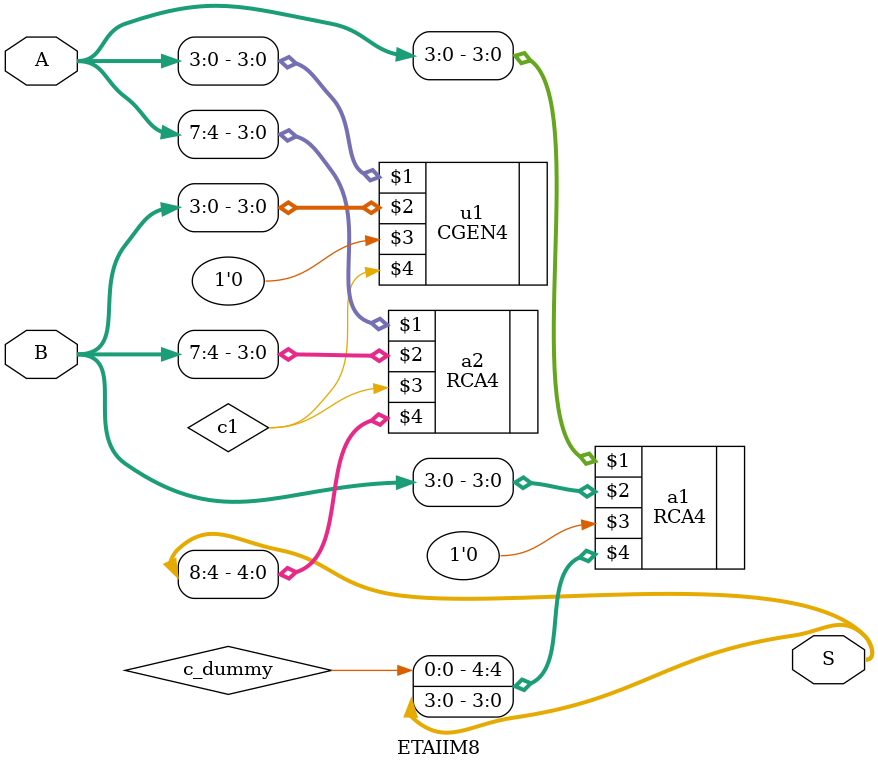
<source format=v>

module ETAIIM32(A,B,S); //3 taye akhar propagate mishan


    //inputs and outputs
input [31:0] A;
input [31:0] B;
output [32:0] S;

wire [6:0] c,c_dummy;

	CGEN4 u7 (A[27:24],B[27:24], c[5],c[6]);//propagate
	CGEN4 u6 (A[23:20],B[23:20], c[4],c[5]);//propagate
	CGEN4 u5 (A[19:16],B[19:16],1'b0,c[4]);//propagate
	CGEN4 u4 (A[15:12],B[15:12],1'b0,c[3]);//door rikhte mishe carrysh
	CGEN4 u3 (A[11:8],B[11:8],1'b0,c[2]);
	CGEN4 u2 (A[7:4],B[7:4],1'b0,c[1]);
        CGEN4 u1 (A[3:0],B[3:0],1'b0,c[0]);

	RCA4 a8 (A[31:28],B[31:28],c[6],S[32:28]);
	RCA4 a7 (A[27:24],B[27:24],c[5],{c_dummy[6],S[27:24]});//carya kolan dur rikhte mishe
	RCA4 a6 (A[23:20],B[23:20],c[4],{c_dummy[5],S[23:20]});
	RCA4 a5 (A[19:16],B[19:16],c[3],{c_dummy[4],S[19:16]});
	RCA4 a4 (A[15:12],B[15:12],c[2],{c_dummy[3],S[15:12]});
	RCA4 a3 (A[11:8],B[11:8]  ,c[1],{c_dummy[2],S[11:8]});
	RCA4 a2 (A[7:4],B[7:4]    ,c[0],{c_dummy[1],S[7:4]});
        RCA4 a1 (A[3:0],B[3:0]    ,1'b0,{c_dummy[0],S[3:0]});

endmodule



module ETAIIM8(A,B,S); //
    
    //inputs and outputs
input [7:0] A;
input [7:0] B;
output [8:0] S;

wire  c1,c_dummy;
        CGEN4 u1 (A[3:0],B[3:0],1'b0,c1);

	RCA4 a2 (A[7:4],B[7:4]    ,c1,S[8:4]);
        RCA4 a1 (A[3:0],B[3:0]    ,1'b0,{c_dummy,S[3:0]});

endmodule

</source>
